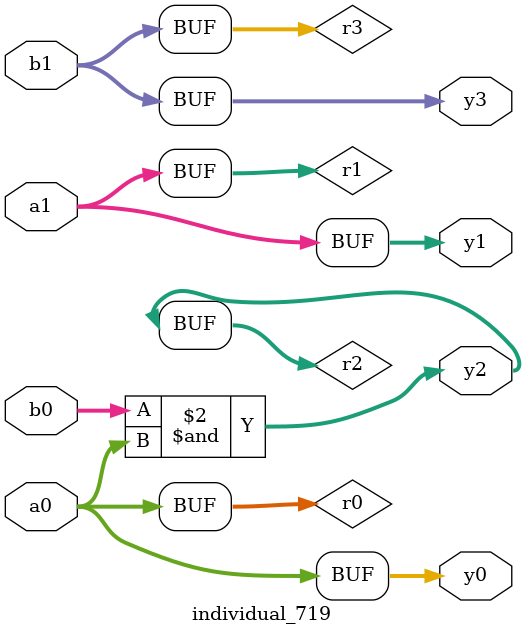
<source format=sv>
module individual_719(input logic [15:0] a1, input logic [15:0] a0, input logic [15:0] b1, input logic [15:0] b0, output logic [15:0] y3, output logic [15:0] y2, output logic [15:0] y1, output logic [15:0] y0);
logic [15:0] r0, r1, r2, r3;  always@(*) begin 	 r0 = a0; r1 = a1; r2 = b0; r3 = b1;  	 r2  &=  r0 ; 	 y3 = r3; y2 = r2; y1 = r1; y0 = r0; end
endmodule
</source>
